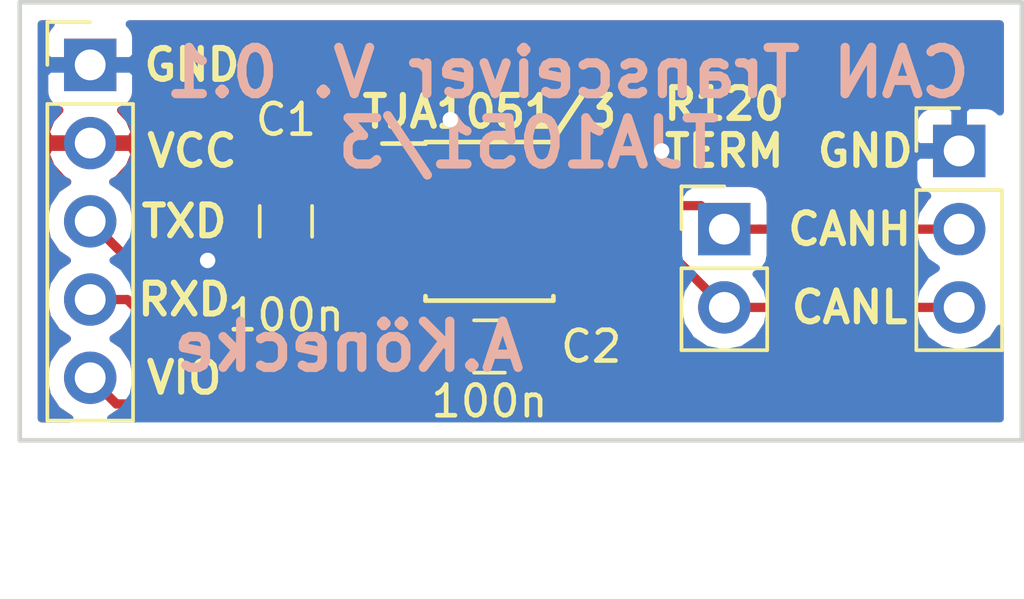
<source format=kicad_pcb>
(kicad_pcb (version 4) (host pcbnew 4.0.5-e0-6337~49~ubuntu14.04.1)

  (general
    (links 15)
    (no_connects 0)
    (area 132.788667 96.103 166.191001 117.253)
    (thickness 1.6)
    (drawings 17)
    (tracks 36)
    (zones 0)
    (modules 6)
    (nets 8)
  )

  (page A4)
  (title_block
    (title "TJA1051/3 CAN Transceiver")
    (date 2017-02-04)
    (rev 0.1)
    (company "A. Könecke")
  )

  (layers
    (0 F.Cu signal)
    (31 B.Cu signal)
    (32 B.Adhes user)
    (33 F.Adhes user)
    (34 B.Paste user)
    (35 F.Paste user)
    (36 B.SilkS user)
    (37 F.SilkS user)
    (38 B.Mask user)
    (39 F.Mask user)
    (40 Dwgs.User user)
    (41 Cmts.User user)
    (42 Eco1.User user)
    (43 Eco2.User user)
    (44 Edge.Cuts user)
    (45 Margin user)
    (46 B.CrtYd user)
    (47 F.CrtYd user)
    (48 B.Fab user)
    (49 F.Fab user)
  )

  (setup
    (last_trace_width 0.3)
    (trace_clearance 0.3)
    (zone_clearance 0.508)
    (zone_45_only no)
    (trace_min 0.1524)
    (segment_width 0.2)
    (edge_width 0.15)
    (via_size 1)
    (via_drill 0.5)
    (via_min_size 0.6858)
    (via_min_drill 0.3302)
    (uvia_size 0.3)
    (uvia_drill 0.1)
    (uvias_allowed no)
    (uvia_min_size 0)
    (uvia_min_drill 0)
    (pcb_text_width 0.3)
    (pcb_text_size 1.5 1.5)
    (mod_edge_width 0.15)
    (mod_text_size 1 1)
    (mod_text_width 0.15)
    (pad_size 1.524 1.524)
    (pad_drill 0.762)
    (pad_to_mask_clearance 0.2)
    (aux_axis_origin 133.604 92.456)
    (grid_origin 133.604 94.996)
    (visible_elements FFFFFF7F)
    (pcbplotparams
      (layerselection 0x010f0_80000001)
      (usegerberextensions true)
      (excludeedgelayer true)
      (linewidth 0.100000)
      (plotframeref false)
      (viasonmask false)
      (mode 1)
      (useauxorigin false)
      (hpglpennumber 1)
      (hpglpenspeed 20)
      (hpglpendiameter 15)
      (hpglpenoverlay 2)
      (psnegative false)
      (psa4output false)
      (plotreference true)
      (plotvalue true)
      (plotinvisibletext false)
      (padsonsilk false)
      (subtractmaskfromsilk false)
      (outputformat 1)
      (mirror false)
      (drillshape 0)
      (scaleselection 1)
      (outputdirectory gerbers/))
  )

  (net 0 "")
  (net 1 VCC)
  (net 2 Earth)
  (net 3 VIO)
  (net 4 RXD)
  (net 5 TXD)
  (net 6 "Net-(P2-Pad2)")
  (net 7 "Net-(P2-Pad1)")

  (net_class Default "This is the default net class."
    (clearance 0.3)
    (trace_width 0.3)
    (via_dia 1)
    (via_drill 0.5)
    (uvia_dia 0.3)
    (uvia_drill 0.1)
    (add_net Earth)
    (add_net "Net-(P2-Pad1)")
    (add_net "Net-(P2-Pad2)")
    (add_net RXD)
    (add_net TXD)
    (add_net VCC)
    (add_net VIO)
  )

  (module Capacitors_SMD:C_0805_HandSoldering (layer F.Cu) (tedit 5896FFC8) (tstamp 58990EE9)
    (at 142.24 104.648 270)
    (descr "Capacitor SMD 0805, hand soldering")
    (tags "capacitor 0805")
    (path /588910CB)
    (attr smd)
    (fp_text reference C1 (at -3.302 0 360) (layer F.SilkS)
      (effects (font (size 1 1) (thickness 0.15)))
    )
    (fp_text value 100n (at 3.048 0 360) (layer F.SilkS)
      (effects (font (size 1 1) (thickness 0.15)))
    )
    (fp_line (start -1 0.625) (end -1 -0.625) (layer F.Fab) (width 0.1))
    (fp_line (start 1 0.625) (end -1 0.625) (layer F.Fab) (width 0.1))
    (fp_line (start 1 -0.625) (end 1 0.625) (layer F.Fab) (width 0.1))
    (fp_line (start -1 -0.625) (end 1 -0.625) (layer F.Fab) (width 0.1))
    (fp_line (start -2.3 -1) (end 2.3 -1) (layer F.CrtYd) (width 0.05))
    (fp_line (start -2.3 1) (end 2.3 1) (layer F.CrtYd) (width 0.05))
    (fp_line (start -2.3 -1) (end -2.3 1) (layer F.CrtYd) (width 0.05))
    (fp_line (start 2.3 -1) (end 2.3 1) (layer F.CrtYd) (width 0.05))
    (fp_line (start 0.5 -0.85) (end -0.5 -0.85) (layer F.SilkS) (width 0.12))
    (fp_line (start -0.5 0.85) (end 0.5 0.85) (layer F.SilkS) (width 0.12))
    (pad 1 smd rect (at -1.25 0 270) (size 1.5 1.25) (layers F.Cu F.Paste F.Mask)
      (net 1 VCC))
    (pad 2 smd rect (at 1.25 0 270) (size 1.5 1.25) (layers F.Cu F.Paste F.Mask)
      (net 2 Earth))
    (model Capacitors_SMD.3dshapes/C_0805_HandSoldering.wrl
      (at (xyz 0 0 0))
      (scale (xyz 1 1 1))
      (rotate (xyz 0 0 0))
    )
  )

  (module Capacitors_SMD:C_0805_HandSoldering (layer F.Cu) (tedit 5896FFDD) (tstamp 58990EF9)
    (at 148.844 108.712)
    (descr "Capacitor SMD 0805, hand soldering")
    (tags "capacitor 0805")
    (path /5889103C)
    (attr smd)
    (fp_text reference C2 (at 3.302 0) (layer F.SilkS)
      (effects (font (size 1 1) (thickness 0.15)))
    )
    (fp_text value 100n (at 0 1.778) (layer F.SilkS)
      (effects (font (size 1 1) (thickness 0.15)))
    )
    (fp_line (start -1 0.625) (end -1 -0.625) (layer F.Fab) (width 0.1))
    (fp_line (start 1 0.625) (end -1 0.625) (layer F.Fab) (width 0.1))
    (fp_line (start 1 -0.625) (end 1 0.625) (layer F.Fab) (width 0.1))
    (fp_line (start -1 -0.625) (end 1 -0.625) (layer F.Fab) (width 0.1))
    (fp_line (start -2.3 -1) (end 2.3 -1) (layer F.CrtYd) (width 0.05))
    (fp_line (start -2.3 1) (end 2.3 1) (layer F.CrtYd) (width 0.05))
    (fp_line (start -2.3 -1) (end -2.3 1) (layer F.CrtYd) (width 0.05))
    (fp_line (start 2.3 -1) (end 2.3 1) (layer F.CrtYd) (width 0.05))
    (fp_line (start 0.5 -0.85) (end -0.5 -0.85) (layer F.SilkS) (width 0.12))
    (fp_line (start -0.5 0.85) (end 0.5 0.85) (layer F.SilkS) (width 0.12))
    (pad 1 smd rect (at -1.25 0) (size 1.5 1.25) (layers F.Cu F.Paste F.Mask)
      (net 1 VCC))
    (pad 2 smd rect (at 1.25 0) (size 1.5 1.25) (layers F.Cu F.Paste F.Mask)
      (net 3 VIO))
    (model Capacitors_SMD.3dshapes/C_0805_HandSoldering.wrl
      (at (xyz 0 0 0))
      (scale (xyz 1 1 1))
      (rotate (xyz 0 0 0))
    )
  )

  (module Pin_Headers:Pin_Header_Straight_1x05_Pitch2.54mm (layer F.Cu) (tedit 5897003E) (tstamp 58990F10)
    (at 135.89 99.568)
    (descr "Through hole straight pin header, 1x05, 2.54mm pitch, single row")
    (tags "Through hole pin header THT 1x05 2.54mm single row")
    (path /5888E868)
    (fp_text reference P1 (at 0 -2.39) (layer F.SilkS) hide
      (effects (font (size 1 1) (thickness 0.15)))
    )
    (fp_text value CONN_01X05 (at 2.032 16.51) (layer F.Fab)
      (effects (font (size 1 1) (thickness 0.15)))
    )
    (fp_line (start -1.27 -1.27) (end -1.27 11.43) (layer F.Fab) (width 0.1))
    (fp_line (start -1.27 11.43) (end 1.27 11.43) (layer F.Fab) (width 0.1))
    (fp_line (start 1.27 11.43) (end 1.27 -1.27) (layer F.Fab) (width 0.1))
    (fp_line (start 1.27 -1.27) (end -1.27 -1.27) (layer F.Fab) (width 0.1))
    (fp_line (start -1.39 1.27) (end -1.39 11.55) (layer F.SilkS) (width 0.12))
    (fp_line (start -1.39 11.55) (end 1.39 11.55) (layer F.SilkS) (width 0.12))
    (fp_line (start 1.39 11.55) (end 1.39 1.27) (layer F.SilkS) (width 0.12))
    (fp_line (start 1.39 1.27) (end -1.39 1.27) (layer F.SilkS) (width 0.12))
    (fp_line (start -1.39 0) (end -1.39 -1.39) (layer F.SilkS) (width 0.12))
    (fp_line (start -1.39 -1.39) (end 0 -1.39) (layer F.SilkS) (width 0.12))
    (fp_line (start -1.6 -1.6) (end -1.6 11.7) (layer F.CrtYd) (width 0.05))
    (fp_line (start -1.6 11.7) (end 1.6 11.7) (layer F.CrtYd) (width 0.05))
    (fp_line (start 1.6 11.7) (end 1.6 -1.6) (layer F.CrtYd) (width 0.05))
    (fp_line (start 1.6 -1.6) (end -1.6 -1.6) (layer F.CrtYd) (width 0.05))
    (pad 1 thru_hole rect (at 0 0) (size 1.7 1.7) (drill 1) (layers *.Cu *.Mask)
      (net 2 Earth))
    (pad 2 thru_hole oval (at 0 2.54) (size 1.7 1.7) (drill 1) (layers *.Cu *.Mask)
      (net 1 VCC))
    (pad 3 thru_hole oval (at 0 5.08) (size 1.7 1.7) (drill 1) (layers *.Cu *.Mask)
      (net 5 TXD))
    (pad 4 thru_hole oval (at 0 7.62) (size 1.7 1.7) (drill 1) (layers *.Cu *.Mask)
      (net 4 RXD))
    (pad 5 thru_hole oval (at 0 10.16) (size 1.7 1.7) (drill 1) (layers *.Cu *.Mask)
      (net 3 VIO))
    (model Pin_Headers.3dshapes/Pin_Header_Straight_1x05_Pitch2.54mm.wrl
      (at (xyz 0 -0.2 0))
      (scale (xyz 1 1 1))
      (rotate (xyz 0 0 90))
    )
  )

  (module Pin_Headers:Pin_Header_Straight_1x02_Pitch2.54mm (layer F.Cu) (tedit 58970043) (tstamp 58990F24)
    (at 156.464 104.902)
    (descr "Through hole straight pin header, 1x02, 2.54mm pitch, single row")
    (tags "Through hole pin header THT 1x02 2.54mm single row")
    (path /5895A572)
    (fp_text reference P2 (at 0 -2.39) (layer F.SilkS) hide
      (effects (font (size 1 1) (thickness 0.15)))
    )
    (fp_text value CONN_01X02 (at -7.874 11.176) (layer F.Fab)
      (effects (font (size 1 1) (thickness 0.15)))
    )
    (fp_line (start -1.27 -1.27) (end -1.27 3.81) (layer F.Fab) (width 0.1))
    (fp_line (start -1.27 3.81) (end 1.27 3.81) (layer F.Fab) (width 0.1))
    (fp_line (start 1.27 3.81) (end 1.27 -1.27) (layer F.Fab) (width 0.1))
    (fp_line (start 1.27 -1.27) (end -1.27 -1.27) (layer F.Fab) (width 0.1))
    (fp_line (start -1.39 1.27) (end -1.39 3.93) (layer F.SilkS) (width 0.12))
    (fp_line (start -1.39 3.93) (end 1.39 3.93) (layer F.SilkS) (width 0.12))
    (fp_line (start 1.39 3.93) (end 1.39 1.27) (layer F.SilkS) (width 0.12))
    (fp_line (start 1.39 1.27) (end -1.39 1.27) (layer F.SilkS) (width 0.12))
    (fp_line (start -1.39 0) (end -1.39 -1.39) (layer F.SilkS) (width 0.12))
    (fp_line (start -1.39 -1.39) (end 0 -1.39) (layer F.SilkS) (width 0.12))
    (fp_line (start -1.6 -1.6) (end -1.6 4.1) (layer F.CrtYd) (width 0.05))
    (fp_line (start -1.6 4.1) (end 1.6 4.1) (layer F.CrtYd) (width 0.05))
    (fp_line (start 1.6 4.1) (end 1.6 -1.6) (layer F.CrtYd) (width 0.05))
    (fp_line (start 1.6 -1.6) (end -1.6 -1.6) (layer F.CrtYd) (width 0.05))
    (pad 1 thru_hole rect (at 0 0) (size 1.7 1.7) (drill 1) (layers *.Cu *.Mask)
      (net 7 "Net-(P2-Pad1)"))
    (pad 2 thru_hole oval (at 0 2.54) (size 1.7 1.7) (drill 1) (layers *.Cu *.Mask)
      (net 6 "Net-(P2-Pad2)"))
    (model Pin_Headers.3dshapes/Pin_Header_Straight_1x02_Pitch2.54mm.wrl
      (at (xyz 0 -0.05 0))
      (scale (xyz 1 1 1))
      (rotate (xyz 0 0 90))
    )
  )

  (module Pin_Headers:Pin_Header_Straight_1x03_Pitch2.54mm (layer F.Cu) (tedit 58970085) (tstamp 58990F39)
    (at 164.084 102.362)
    (descr "Through hole straight pin header, 1x03, 2.54mm pitch, single row")
    (tags "Through hole pin header THT 1x03 2.54mm single row")
    (path /5888ECD2)
    (fp_text reference P3 (at 0 -2.39) (layer F.SilkS) hide
      (effects (font (size 1 1) (thickness 0.15)))
    )
    (fp_text value CONN_01X03 (at -4.572 13.462) (layer F.Fab)
      (effects (font (size 1 1) (thickness 0.15)))
    )
    (fp_line (start -1.27 -1.27) (end -1.27 6.35) (layer F.Fab) (width 0.1))
    (fp_line (start -1.27 6.35) (end 1.27 6.35) (layer F.Fab) (width 0.1))
    (fp_line (start 1.27 6.35) (end 1.27 -1.27) (layer F.Fab) (width 0.1))
    (fp_line (start 1.27 -1.27) (end -1.27 -1.27) (layer F.Fab) (width 0.1))
    (fp_line (start -1.39 1.27) (end -1.39 6.47) (layer F.SilkS) (width 0.12))
    (fp_line (start -1.39 6.47) (end 1.39 6.47) (layer F.SilkS) (width 0.12))
    (fp_line (start 1.39 6.47) (end 1.39 1.27) (layer F.SilkS) (width 0.12))
    (fp_line (start 1.39 1.27) (end -1.39 1.27) (layer F.SilkS) (width 0.12))
    (fp_line (start -1.39 0) (end -1.39 -1.39) (layer F.SilkS) (width 0.12))
    (fp_line (start -1.39 -1.39) (end 0 -1.39) (layer F.SilkS) (width 0.12))
    (fp_line (start -1.6 -1.6) (end -1.6 6.6) (layer F.CrtYd) (width 0.05))
    (fp_line (start -1.6 6.6) (end 1.6 6.6) (layer F.CrtYd) (width 0.05))
    (fp_line (start 1.6 6.6) (end 1.6 -1.6) (layer F.CrtYd) (width 0.05))
    (fp_line (start 1.6 -1.6) (end -1.6 -1.6) (layer F.CrtYd) (width 0.05))
    (pad 1 thru_hole rect (at 0 0) (size 1.7 1.7) (drill 1) (layers *.Cu *.Mask)
      (net 2 Earth))
    (pad 2 thru_hole oval (at 0 2.54) (size 1.7 1.7) (drill 1) (layers *.Cu *.Mask)
      (net 7 "Net-(P2-Pad1)"))
    (pad 3 thru_hole oval (at 0 5.08) (size 1.7 1.7) (drill 1) (layers *.Cu *.Mask)
      (net 6 "Net-(P2-Pad2)"))
    (model Pin_Headers.3dshapes/Pin_Header_Straight_1x03_Pitch2.54mm.wrl
      (at (xyz 0 -0.1 0))
      (scale (xyz 1 1 1))
      (rotate (xyz 0 0 90))
    )
  )

  (module Housings_SOIC:SOIC-8_3.9x4.9mm_Pitch1.27mm (layer F.Cu) (tedit 58965BF1) (tstamp 58990F55)
    (at 148.844 104.648)
    (descr "8-Lead Plastic Small Outline (SN) - Narrow, 3.90 mm Body [SOIC] (see Microchip Packaging Specification 00000049BS.pdf)")
    (tags "SOIC 1.27")
    (path /58890C45)
    (attr smd)
    (fp_text reference U1 (at 0 -3.5) (layer F.SilkS) hide
      (effects (font (size 1 1) (thickness 0.15)))
    )
    (fp_text value TJA1051/3 (at 0 -3.556) (layer F.SilkS)
      (effects (font (size 1 1) (thickness 0.2)))
    )
    (fp_line (start -0.95 -2.45) (end 1.95 -2.45) (layer F.Fab) (width 0.15))
    (fp_line (start 1.95 -2.45) (end 1.95 2.45) (layer F.Fab) (width 0.15))
    (fp_line (start 1.95 2.45) (end -1.95 2.45) (layer F.Fab) (width 0.15))
    (fp_line (start -1.95 2.45) (end -1.95 -1.45) (layer F.Fab) (width 0.15))
    (fp_line (start -1.95 -1.45) (end -0.95 -2.45) (layer F.Fab) (width 0.15))
    (fp_line (start -3.75 -2.75) (end -3.75 2.75) (layer F.CrtYd) (width 0.05))
    (fp_line (start 3.75 -2.75) (end 3.75 2.75) (layer F.CrtYd) (width 0.05))
    (fp_line (start -3.75 -2.75) (end 3.75 -2.75) (layer F.CrtYd) (width 0.05))
    (fp_line (start -3.75 2.75) (end 3.75 2.75) (layer F.CrtYd) (width 0.05))
    (fp_line (start -2.075 -2.575) (end -2.075 -2.525) (layer F.SilkS) (width 0.15))
    (fp_line (start 2.075 -2.575) (end 2.075 -2.43) (layer F.SilkS) (width 0.15))
    (fp_line (start 2.075 2.575) (end 2.075 2.43) (layer F.SilkS) (width 0.15))
    (fp_line (start -2.075 2.575) (end -2.075 2.43) (layer F.SilkS) (width 0.15))
    (fp_line (start -2.075 -2.575) (end 2.075 -2.575) (layer F.SilkS) (width 0.15))
    (fp_line (start -2.075 2.575) (end 2.075 2.575) (layer F.SilkS) (width 0.15))
    (fp_line (start -2.075 -2.525) (end -3.475 -2.525) (layer F.SilkS) (width 0.15))
    (pad 1 smd rect (at -2.7 -1.905) (size 1.55 0.6) (layers F.Cu F.Paste F.Mask)
      (net 5 TXD))
    (pad 2 smd rect (at -2.7 -0.635) (size 1.55 0.6) (layers F.Cu F.Paste F.Mask)
      (net 2 Earth))
    (pad 3 smd rect (at -2.7 0.635) (size 1.55 0.6) (layers F.Cu F.Paste F.Mask)
      (net 1 VCC))
    (pad 4 smd rect (at -2.7 1.905) (size 1.55 0.6) (layers F.Cu F.Paste F.Mask)
      (net 4 RXD))
    (pad 5 smd rect (at 2.7 1.905) (size 1.55 0.6) (layers F.Cu F.Paste F.Mask)
      (net 3 VIO))
    (pad 6 smd rect (at 2.7 0.635) (size 1.55 0.6) (layers F.Cu F.Paste F.Mask)
      (net 6 "Net-(P2-Pad2)"))
    (pad 7 smd rect (at 2.7 -0.635) (size 1.55 0.6) (layers F.Cu F.Paste F.Mask)
      (net 7 "Net-(P2-Pad1)"))
    (pad 8 smd rect (at 2.7 -1.905) (size 1.55 0.6) (layers F.Cu F.Paste F.Mask)
      (net 2 Earth))
    (model Housings_SOIC.3dshapes/SOIC-8_3.9x4.9mm_Pitch1.27mm.wrl
      (at (xyz 0 0 0))
      (scale (xyz 1 1 1))
      (rotate (xyz 0 0 0))
    )
  )

  (gr_text TJA1051/3 (at 150.114 102.108) (layer B.SilkS)
    (effects (font (size 1.5 1.5) (thickness 0.3)) (justify mirror))
  )
  (gr_text A.Könecke (at 144.272 108.712) (layer B.SilkS)
    (effects (font (size 1.5 1.5) (thickness 0.3)) (justify mirror))
  )
  (gr_text "CAN Transceiver V. 0.1" (at 151.384 99.822) (layer B.SilkS)
    (effects (font (size 1.5 1.5) (thickness 0.3)) (justify mirror))
  )
  (gr_line (start 133.604 111.76) (end 133.604 97.536) (angle 90) (layer Edge.Cuts) (width 0.15))
  (gr_line (start 166.116 111.76) (end 133.604 111.76) (angle 90) (layer Edge.Cuts) (width 0.15))
  (gr_line (start 166.116 97.536) (end 166.116 111.76) (angle 90) (layer Edge.Cuts) (width 0.15))
  (gr_line (start 133.604 97.536) (end 166.116 97.536) (angle 90) (layer Edge.Cuts) (width 0.15))
  (gr_text TERM (at 156.464 102.362) (layer F.SilkS)
    (effects (font (size 1 1) (thickness 0.2)))
  )
  (gr_text R120 (at 156.464 100.838) (layer F.SilkS)
    (effects (font (size 1 1) (thickness 0.2)))
  )
  (gr_text TXD (at 138.938 104.648) (layer F.SilkS)
    (effects (font (size 1 1) (thickness 0.2)))
  )
  (gr_text VIO (at 138.938 109.728) (layer F.SilkS)
    (effects (font (size 1 1) (thickness 0.2)))
  )
  (gr_text RXD (at 138.938 107.188) (layer F.SilkS)
    (effects (font (size 1 1) (thickness 0.2)))
  )
  (gr_text VCC (at 139.192 102.362) (layer F.SilkS)
    (effects (font (size 1 1) (thickness 0.2)))
  )
  (gr_text CANL (at 160.528 107.442) (layer F.SilkS)
    (effects (font (size 1 1) (thickness 0.2)))
  )
  (gr_text CANH (at 160.528 104.902) (layer F.SilkS)
    (effects (font (size 1 1) (thickness 0.2)))
  )
  (gr_text GND (at 161.036 102.362) (layer F.SilkS)
    (effects (font (size 1 1) (thickness 0.2)))
  )
  (gr_text GND (at 139.192 99.568) (layer F.SilkS)
    (effects (font (size 1 1) (thickness 0.2)))
  )

  (segment (start 146.144 104.013) (end 146.619 104.013) (width 0.3) (layer F.Cu) (net 2))
  (segment (start 146.619 104.013) (end 147.574 103.058) (width 0.3) (layer F.Cu) (net 2))
  (segment (start 147.574 103.058) (end 147.574 101.346) (width 0.3) (layer F.Cu) (net 2))
  (via (at 147.574 101.346) (size 1) (drill 0.5) (layers F.Cu B.Cu) (net 2))
  (segment (start 151.544 102.743) (end 154.051 102.743) (width 0.3) (layer F.Cu) (net 2))
  (segment (start 154.051 102.743) (end 154.432 102.362) (width 0.3) (layer F.Cu) (net 2))
  (via (at 154.432 102.362) (size 1) (drill 0.5) (layers F.Cu B.Cu) (net 2))
  (segment (start 142.24 105.898) (end 139.72 105.898) (width 0.3) (layer F.Cu) (net 2))
  (segment (start 139.72 105.898) (end 139.7 105.918) (width 0.3) (layer F.Cu) (net 2))
  (via (at 139.7 105.918) (size 1) (drill 0.5) (layers F.Cu B.Cu) (net 2))
  (segment (start 150.094 108.712) (end 150.094 109.637) (width 0.3) (layer F.Cu) (net 3))
  (segment (start 150.094 109.637) (end 149.153001 110.577999) (width 0.3) (layer F.Cu) (net 3))
  (segment (start 149.153001 110.577999) (end 136.739999 110.577999) (width 0.3) (layer F.Cu) (net 3))
  (segment (start 136.739999 110.577999) (end 135.89 109.728) (width 0.3) (layer F.Cu) (net 3))
  (segment (start 151.544 106.553) (end 151.544 107.262) (width 0.3) (layer F.Cu) (net 3))
  (segment (start 151.544 107.262) (end 150.094 108.712) (width 0.3) (layer F.Cu) (net 3))
  (segment (start 146.144 106.553) (end 146.144 107.153) (width 0.3) (layer F.Cu) (net 4))
  (segment (start 146.144 107.153) (end 145.093 108.204) (width 0.3) (layer F.Cu) (net 4))
  (segment (start 145.093 108.204) (end 138.108081 108.204) (width 0.3) (layer F.Cu) (net 4))
  (segment (start 138.108081 108.204) (end 137.092081 107.188) (width 0.3) (layer F.Cu) (net 4))
  (segment (start 137.092081 107.188) (end 135.89 107.188) (width 0.3) (layer F.Cu) (net 4))
  (segment (start 146.144 102.743) (end 145.069 102.743) (width 0.3) (layer F.Cu) (net 5))
  (segment (start 144.018 106.934) (end 143.51 107.442) (width 0.3) (layer F.Cu) (net 5))
  (segment (start 143.51 107.442) (end 138.684 107.442) (width 0.3) (layer F.Cu) (net 5))
  (segment (start 145.069 102.743) (end 144.018 103.794) (width 0.3) (layer F.Cu) (net 5))
  (segment (start 138.684 107.442) (end 136.739999 105.497999) (width 0.3) (layer F.Cu) (net 5))
  (segment (start 144.018 103.794) (end 144.018 106.934) (width 0.3) (layer F.Cu) (net 5))
  (segment (start 136.739999 105.497999) (end 135.89 104.648) (width 0.3) (layer F.Cu) (net 5))
  (segment (start 151.544 105.283) (end 154.305 105.283) (width 0.3) (layer F.Cu) (net 6))
  (segment (start 154.305 105.283) (end 156.464 107.442) (width 0.3) (layer F.Cu) (net 6))
  (segment (start 156.464 107.442) (end 164.084 107.442) (width 0.3) (layer F.Cu) (net 6))
  (segment (start 151.544 104.013) (end 151.671 104.14) (width 0.3) (layer F.Cu) (net 7))
  (segment (start 151.671 104.14) (end 155.702 104.14) (width 0.3) (layer F.Cu) (net 7))
  (segment (start 155.702 104.14) (end 156.464 104.902) (width 0.3) (layer F.Cu) (net 7))
  (segment (start 156.464 104.902) (end 157.614 104.902) (width 0.3) (layer F.Cu) (net 7))
  (segment (start 157.614 104.902) (end 164.084 104.902) (width 0.3) (layer F.Cu) (net 7))

  (zone (net 2) (net_name Earth) (layer B.Cu) (tstamp 5896FD6F) (hatch edge 0.508)
    (connect_pads (clearance 0.508))
    (min_thickness 0.254)
    (fill yes (arc_segments 16) (thermal_gap 0.508) (thermal_bridge_width 0.508))
    (polygon
      (pts
        (xy 165.862 111.506) (xy 133.858 111.506) (xy 133.858 97.79) (xy 165.862 97.79)
      )
    )
    (filled_polygon
      (pts
        (xy 134.501673 98.358301) (xy 134.405 98.59169) (xy 134.405 99.28225) (xy 134.56375 99.441) (xy 135.763 99.441)
        (xy 135.763 99.421) (xy 136.017 99.421) (xy 136.017 99.441) (xy 137.21625 99.441) (xy 137.375 99.28225)
        (xy 137.375 98.59169) (xy 137.278327 98.358301) (xy 137.166025 98.246) (xy 165.406 98.246) (xy 165.406 101.085974)
        (xy 165.293698 100.973673) (xy 165.060309 100.877) (xy 164.36975 100.877) (xy 164.211 101.03575) (xy 164.211 102.235)
        (xy 164.231 102.235) (xy 164.231 102.489) (xy 164.211 102.489) (xy 164.211 102.509) (xy 163.957 102.509)
        (xy 163.957 102.489) (xy 162.75775 102.489) (xy 162.599 102.64775) (xy 162.599 103.33831) (xy 162.695673 103.571699)
        (xy 162.874302 103.750327) (xy 163.048777 103.822597) (xy 163.004853 103.851946) (xy 162.682946 104.333715) (xy 162.569907 104.902)
        (xy 162.682946 105.470285) (xy 163.004853 105.952054) (xy 163.334026 106.172) (xy 163.004853 106.391946) (xy 162.682946 106.873715)
        (xy 162.569907 107.442) (xy 162.682946 108.010285) (xy 163.004853 108.492054) (xy 163.486622 108.813961) (xy 164.054907 108.927)
        (xy 164.113093 108.927) (xy 164.681378 108.813961) (xy 165.163147 108.492054) (xy 165.406 108.128598) (xy 165.406 111.05)
        (xy 136.56215 111.05) (xy 136.969147 110.778054) (xy 137.291054 110.296285) (xy 137.404093 109.728) (xy 137.291054 109.159715)
        (xy 136.969147 108.677946) (xy 136.639974 108.458) (xy 136.969147 108.238054) (xy 137.291054 107.756285) (xy 137.353569 107.442)
        (xy 154.949907 107.442) (xy 155.062946 108.010285) (xy 155.384853 108.492054) (xy 155.866622 108.813961) (xy 156.434907 108.927)
        (xy 156.493093 108.927) (xy 157.061378 108.813961) (xy 157.543147 108.492054) (xy 157.865054 108.010285) (xy 157.978093 107.442)
        (xy 157.865054 106.873715) (xy 157.543147 106.391946) (xy 157.501548 106.36415) (xy 157.549317 106.355162) (xy 157.765441 106.21609)
        (xy 157.910431 106.00389) (xy 157.96144 105.752) (xy 157.96144 104.052) (xy 157.917162 103.816683) (xy 157.77809 103.600559)
        (xy 157.56589 103.455569) (xy 157.314 103.40456) (xy 155.614 103.40456) (xy 155.378683 103.448838) (xy 155.162559 103.58791)
        (xy 155.017569 103.80011) (xy 154.96656 104.052) (xy 154.96656 105.752) (xy 155.010838 105.987317) (xy 155.14991 106.203441)
        (xy 155.36211 106.348431) (xy 155.429541 106.362086) (xy 155.384853 106.391946) (xy 155.062946 106.873715) (xy 154.949907 107.442)
        (xy 137.353569 107.442) (xy 137.404093 107.188) (xy 137.291054 106.619715) (xy 136.969147 106.137946) (xy 136.639974 105.918)
        (xy 136.969147 105.698054) (xy 137.291054 105.216285) (xy 137.404093 104.648) (xy 137.291054 104.079715) (xy 136.969147 103.597946)
        (xy 136.639974 103.378) (xy 136.969147 103.158054) (xy 137.291054 102.676285) (xy 137.404093 102.108) (xy 137.291054 101.539715)
        (xy 137.188139 101.38569) (xy 162.599 101.38569) (xy 162.599 102.07625) (xy 162.75775 102.235) (xy 163.957 102.235)
        (xy 163.957 101.03575) (xy 163.79825 100.877) (xy 163.107691 100.877) (xy 162.874302 100.973673) (xy 162.695673 101.152301)
        (xy 162.599 101.38569) (xy 137.188139 101.38569) (xy 136.969147 101.057946) (xy 136.925223 101.028597) (xy 137.099698 100.956327)
        (xy 137.278327 100.777699) (xy 137.375 100.54431) (xy 137.375 99.85375) (xy 137.21625 99.695) (xy 136.017 99.695)
        (xy 136.017 99.715) (xy 135.763 99.715) (xy 135.763 99.695) (xy 134.56375 99.695) (xy 134.405 99.85375)
        (xy 134.405 100.54431) (xy 134.501673 100.777699) (xy 134.680302 100.956327) (xy 134.854777 101.028597) (xy 134.810853 101.057946)
        (xy 134.488946 101.539715) (xy 134.375907 102.108) (xy 134.488946 102.676285) (xy 134.810853 103.158054) (xy 135.140026 103.378)
        (xy 134.810853 103.597946) (xy 134.488946 104.079715) (xy 134.375907 104.648) (xy 134.488946 105.216285) (xy 134.810853 105.698054)
        (xy 135.140026 105.918) (xy 134.810853 106.137946) (xy 134.488946 106.619715) (xy 134.375907 107.188) (xy 134.488946 107.756285)
        (xy 134.810853 108.238054) (xy 135.140026 108.458) (xy 134.810853 108.677946) (xy 134.488946 109.159715) (xy 134.375907 109.728)
        (xy 134.488946 110.296285) (xy 134.810853 110.778054) (xy 135.21785 111.05) (xy 134.314 111.05) (xy 134.314 98.246)
        (xy 134.613975 98.246)
      )
    )
  )
  (zone (net 1) (net_name VCC) (layer F.Cu) (tstamp 0) (hatch edge 0.508)
    (connect_pads (clearance 0.508))
    (min_thickness 0.254)
    (fill yes (arc_segments 16) (thermal_gap 0.508) (thermal_bridge_width 0.508))
    (polygon
      (pts
        (xy 133.858 97.79) (xy 165.862 97.79) (xy 165.862 111.506) (xy 133.858 111.506)
      )
    )
    (filled_polygon
      (pts
        (xy 134.588559 98.25391) (xy 134.443569 98.46611) (xy 134.39256 98.718) (xy 134.39256 100.418) (xy 134.436838 100.653317)
        (xy 134.57591 100.869441) (xy 134.78811 101.014431) (xy 134.896107 101.036301) (xy 134.618355 101.341076) (xy 134.448524 101.75111)
        (xy 134.569845 101.981) (xy 135.763 101.981) (xy 135.763 101.961) (xy 136.017 101.961) (xy 136.017 101.981)
        (xy 137.210155 101.981) (xy 137.331476 101.75111) (xy 137.161645 101.341076) (xy 136.885499 101.038063) (xy 136.975317 101.021162)
        (xy 137.191441 100.88209) (xy 137.336431 100.66989) (xy 137.38744 100.418) (xy 137.38744 98.718) (xy 137.343162 98.482683)
        (xy 137.20409 98.266559) (xy 137.174001 98.246) (xy 165.406 98.246) (xy 165.406 101.072851) (xy 165.39809 101.060559)
        (xy 165.18589 100.915569) (xy 164.934 100.86456) (xy 163.234 100.86456) (xy 162.998683 100.908838) (xy 162.782559 101.04791)
        (xy 162.637569 101.26011) (xy 162.58656 101.512) (xy 162.58656 103.212) (xy 162.630838 103.447317) (xy 162.76991 103.663441)
        (xy 162.98211 103.808431) (xy 163.049541 103.822086) (xy 163.004853 103.851946) (xy 162.82775 104.117) (xy 157.96144 104.117)
        (xy 157.96144 104.052) (xy 157.917162 103.816683) (xy 157.77809 103.600559) (xy 157.56589 103.455569) (xy 157.314 103.40456)
        (xy 155.951154 103.40456) (xy 155.702 103.355) (xy 155.000917 103.355) (xy 155.074086 103.324767) (xy 155.393645 103.005765)
        (xy 155.566803 102.588756) (xy 155.567197 102.137225) (xy 155.394767 101.719914) (xy 155.075765 101.400355) (xy 154.658756 101.227197)
        (xy 154.207225 101.226803) (xy 153.789914 101.399233) (xy 153.470355 101.718235) (xy 153.370795 101.958) (xy 152.733975 101.958)
        (xy 152.57089 101.846569) (xy 152.319 101.79556) (xy 150.769 101.79556) (xy 150.533683 101.839838) (xy 150.317559 101.97891)
        (xy 150.172569 102.19111) (xy 150.12156 102.443) (xy 150.12156 103.043) (xy 150.165838 103.278317) (xy 150.229678 103.377528)
        (xy 150.172569 103.46111) (xy 150.12156 103.713) (xy 150.12156 104.313) (xy 150.165838 104.548317) (xy 150.229678 104.647528)
        (xy 150.172569 104.73111) (xy 150.12156 104.983) (xy 150.12156 105.583) (xy 150.165838 105.818317) (xy 150.229678 105.917528)
        (xy 150.172569 106.00111) (xy 150.12156 106.253) (xy 150.12156 106.853) (xy 150.165838 107.088317) (xy 150.30491 107.304441)
        (xy 150.356293 107.339549) (xy 150.256282 107.43956) (xy 149.344 107.43956) (xy 149.108683 107.483838) (xy 148.892559 107.62291)
        (xy 148.846031 107.691006) (xy 148.703698 107.548673) (xy 148.470309 107.452) (xy 147.87975 107.452) (xy 147.721 107.61075)
        (xy 147.721 108.585) (xy 147.741 108.585) (xy 147.741 108.839) (xy 147.721 108.839) (xy 147.721 108.859)
        (xy 147.467 108.859) (xy 147.467 108.839) (xy 146.36775 108.839) (xy 146.209 108.99775) (xy 146.209 109.46331)
        (xy 146.305673 109.696699) (xy 146.401974 109.792999) (xy 137.391164 109.792999) (xy 137.404093 109.728) (xy 137.291054 109.159715)
        (xy 136.969147 108.677946) (xy 136.639974 108.458) (xy 136.969147 108.238054) (xy 136.994313 108.20039) (xy 137.553002 108.759079)
        (xy 137.807674 108.929245) (xy 138.108081 108.989) (xy 145.093 108.989) (xy 145.393407 108.929245) (xy 145.648079 108.759079)
        (xy 146.209 108.198158) (xy 146.209 108.42625) (xy 146.36775 108.585) (xy 147.467 108.585) (xy 147.467 107.61075)
        (xy 147.30825 107.452) (xy 147.160785 107.452) (xy 147.370441 107.31709) (xy 147.515431 107.10489) (xy 147.56644 106.853)
        (xy 147.56644 106.253) (xy 147.522162 106.017683) (xy 147.463822 105.92702) (xy 147.554 105.70931) (xy 147.554 105.56875)
        (xy 147.39525 105.41) (xy 146.271 105.41) (xy 146.271 105.43) (xy 146.017 105.43) (xy 146.017 105.41)
        (xy 145.997 105.41) (xy 145.997 105.156) (xy 146.017 105.156) (xy 146.017 105.136) (xy 146.271 105.136)
        (xy 146.271 105.156) (xy 147.39525 105.156) (xy 147.554 104.99725) (xy 147.554 104.85669) (xy 147.464194 104.639878)
        (xy 147.515431 104.56489) (xy 147.56644 104.313) (xy 147.56644 104.175718) (xy 148.129079 103.613079) (xy 148.299245 103.358407)
        (xy 148.359 103.058) (xy 148.359 102.166102) (xy 148.535645 101.989765) (xy 148.708803 101.572756) (xy 148.709197 101.121225)
        (xy 148.536767 100.703914) (xy 148.217765 100.384355) (xy 147.800756 100.211197) (xy 147.349225 100.210803) (xy 146.931914 100.383233)
        (xy 146.612355 100.702235) (xy 146.439197 101.119244) (xy 146.438803 101.570775) (xy 146.531683 101.79556) (xy 145.369 101.79556)
        (xy 145.133683 101.839838) (xy 144.917559 101.97891) (xy 144.910273 101.989573) (xy 144.768594 102.017755) (xy 144.538123 102.17175)
        (xy 144.513921 102.187921) (xy 143.462921 103.238921) (xy 143.441488 103.270998) (xy 143.341252 103.270998) (xy 143.5 103.11225)
        (xy 143.5 102.521691) (xy 143.403327 102.288302) (xy 143.224699 102.109673) (xy 142.99131 102.013) (xy 142.52575 102.013)
        (xy 142.367 102.17175) (xy 142.367 103.271) (xy 142.387 103.271) (xy 142.387 103.525) (xy 142.367 103.525)
        (xy 142.367 103.545) (xy 142.113 103.545) (xy 142.113 103.525) (xy 141.13875 103.525) (xy 140.98 103.68375)
        (xy 140.98 104.274309) (xy 141.076673 104.507698) (xy 141.21791 104.648936) (xy 141.163559 104.68391) (xy 141.018569 104.89611)
        (xy 140.974648 105.113) (xy 140.500137 105.113) (xy 140.343765 104.956355) (xy 139.926756 104.783197) (xy 139.475225 104.782803)
        (xy 139.057914 104.955233) (xy 138.738355 105.274235) (xy 138.565197 105.691244) (xy 138.564803 106.142775) (xy 138.614001 106.261843)
        (xy 137.337076 104.984918) (xy 137.404093 104.648) (xy 137.291054 104.079715) (xy 136.969147 103.597946) (xy 136.628447 103.370298)
        (xy 136.771358 103.303183) (xy 137.161645 102.874924) (xy 137.307949 102.521691) (xy 140.98 102.521691) (xy 140.98 103.11225)
        (xy 141.13875 103.271) (xy 142.113 103.271) (xy 142.113 102.17175) (xy 141.95425 102.013) (xy 141.48869 102.013)
        (xy 141.255301 102.109673) (xy 141.076673 102.288302) (xy 140.98 102.521691) (xy 137.307949 102.521691) (xy 137.331476 102.46489)
        (xy 137.210155 102.235) (xy 136.017 102.235) (xy 136.017 102.255) (xy 135.763 102.255) (xy 135.763 102.235)
        (xy 134.569845 102.235) (xy 134.448524 102.46489) (xy 134.618355 102.874924) (xy 135.008642 103.303183) (xy 135.151553 103.370298)
        (xy 134.810853 103.597946) (xy 134.488946 104.079715) (xy 134.375907 104.648) (xy 134.488946 105.216285) (xy 134.810853 105.698054)
        (xy 135.140026 105.918) (xy 134.810853 106.137946) (xy 134.488946 106.619715) (xy 134.375907 107.188) (xy 134.488946 107.756285)
        (xy 134.810853 108.238054) (xy 135.140026 108.458) (xy 134.810853 108.677946) (xy 134.488946 109.159715) (xy 134.375907 109.728)
        (xy 134.488946 110.296285) (xy 134.810853 110.778054) (xy 135.21785 111.05) (xy 134.314 111.05) (xy 134.314 98.246)
        (xy 134.600851 98.246)
      )
    )
  )
)

</source>
